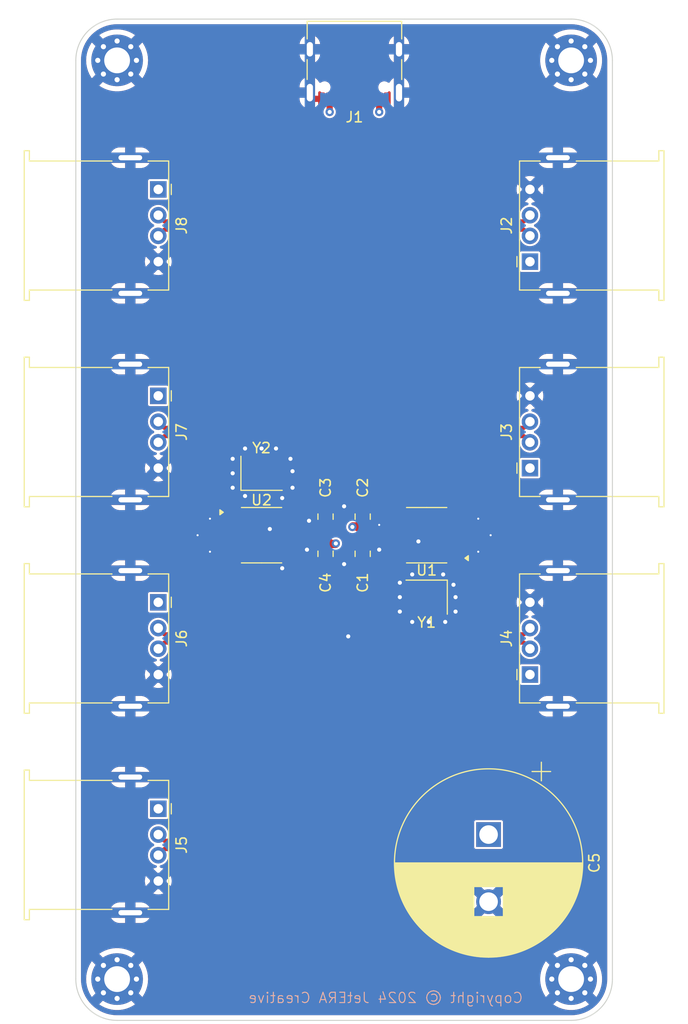
<source format=kicad_pcb>
(kicad_pcb (version 20240108) (generator "pcbnew") (generator_version "8.0")
  (layers (0 "F.Cu" signal) (1 "In1.Cu" signal) (2 "In2.Cu" signal) (31 "B.Cu" signal) (34 "B.Paste" user) (35 "F.Paste" user) (36 "B.SilkS" user "B.Silkscreen") (37 "F.SilkS" user "F.Silkscreen") (38 "B.Mask" user) (39 "F.Mask" user) (44 "Edge.Cuts" user))
  (net 0 "")
  (net 1 "GND")
  (net 2 "+5V")
  (net 3 "Net-(U2-3V3)")
  (net 4 "DU+")
  (net 7 "DU-")
  (net 10 "D4+")
  (net 11 "D4-")
  (net 12 "D5+")
  (net 13 "D5-")
  (net 14 "D6+")
  (net 15 "D6-")
  (net 16 "D7+")
  (net 17 "D7-")
  (net 18 "DU2+")
  (net 19 "DU2-")
  (net 20 "Net-(U2-XO)")
  (net 21 "Net-(U2-XI)")
  (net 23 "Net-(U1-3V3)")
  (net 24 "D1+")
  (net 25 "D1-")
  (net 26 "D2-")
  (net 27 "D2+")
  (net 28 "D3-")
  (net 29 "D3+")
  (net 30 "Net-(U1-XO)")
  (net 31 "Net-(U1-XI)")
  (footprint "MountingHole:MountingHole_2.5mm_Pad_Via" (layer "F.Cu") (at 62 104)
    (property "Reference" "H1" (hide yes))
    (property "Value" "MountingHole_Pad")
    (pad "1" thru_hole circle (at -1.875 0) (size 0.8 0.8) (drill 0.5) (layers "*.Cu" "*.Mask") (net 1 "GND"))
    (pad "1" thru_hole circle (at -1.325825 -1.325825) (size 0.8 0.8) (drill 0.5) (layers "*.Cu" "*.Mask") (net 1 "GND"))
    (pad "1" thru_hole circle (at -1.325825 1.325825) (size 0.8 0.8) (drill 0.5) (layers "*.Cu" "*.Mask") (net 1 "GND"))
    (pad "1" thru_hole circle (at 0 -1.875) (size 0.8 0.8) (drill 0.5) (layers "*.Cu" "*.Mask") (net 1 "GND"))
    (pad "1" thru_hole circle (at 0 0) (size 5 5) (drill 2.5) (layers "*.Cu" "*.Mask") (net 1 "GND"))
    (pad "1" thru_hole circle (at 0 1.875) (size 0.8 0.8) (drill 0.5) (layers "*.Cu" "*.Mask") (net 1 "GND"))
    (pad "1" thru_hole circle (at 1.325825 -1.325825) (size 0.8 0.8) (drill 0.5) (layers "*.Cu" "*.Mask") (net 1 "GND"))
    (pad "1" thru_hole circle (at 1.325825 1.325825) (size 0.8 0.8) (drill 0.5) (layers "*.Cu" "*.Mask") (net 1 "GND"))
    (pad "1" thru_hole circle (at 1.875 0) (size 0.8 0.8) (drill 0.5) (layers "*.Cu" "*.Mask") (net 1 "GND"))
  )
  (footprint "Package_SO:QSOP-16_3.9x4.9mm_P0.635mm" (layer "F.Cu") (at 76 150)
    (property "Reference" "U2" (at 0 -3.4 0) (layer "F.SilkS"))
    (property "Value" "CH334R")
    (pad "1" smd roundrect (at -2.6375 -2.2225) (size 1.625 0.4) (layers "F.Cu" "F.Paste" "F.Mask") (net 17 "D7-"))
    (pad "2" smd roundrect (at -2.6375 -1.5875) (size 1.625 0.4) (layers "F.Cu" "F.Paste" "F.Mask") (net 16 "D7+"))
    (pad "3" smd roundrect (at -2.6375 -0.9525) (size 1.625 0.4) (layers "F.Cu" "F.Paste" "F.Mask") (net 15 "D6-"))
    (pad "4" smd roundrect (at -2.6375 -0.3175) (size 1.625 0.4) (layers "F.Cu" "F.Paste" "F.Mask") (net 14 "D6+"))
    (pad "5" smd roundrect (at -2.6375 0.3175) (size 1.625 0.4) (layers "F.Cu" "F.Paste" "F.Mask") (net 13 "D5-"))
    (pad "6" smd roundrect (at -2.6375 0.9525) (size 1.625 0.4) (layers "F.Cu" "F.Paste" "F.Mask") (net 12 "D5+"))
    (pad "7" smd roundrect (at -2.6375 1.5875) (size 1.625 0.4) (layers "F.Cu" "F.Paste" "F.Mask") (net 11 "D4-"))
    (pad "8" smd roundrect (at -2.6375 2.2225) (size 1.625 0.4) (layers "F.Cu" "F.Paste" "F.Mask") (net 10 "D4+"))
    (pad "9" smd roundrect (at 2.6375 2.2225) (size 1.625 0.4) (layers "F.Cu" "F.Paste" "F.Mask"))
    (pad "10" smd roundrect (at 2.6375 1.5875) (size 1.625 0.4) (layers "F.Cu" "F.Paste" "F.Mask") (net 19 "DU2-"))
    (pad "11" smd roundrect (at 2.6375 0.9525) (size 1.625 0.4) (layers "F.Cu" "F.Paste" "F.Mask") (net 18 "DU2+"))
    (pad "12" smd roundrect (at 2.6375 0.3175) (size 1.625 0.4) (layers "F.Cu" "F.Paste" "F.Mask") (net 2 "+5V"))
    (pad "13" smd roundrect (at 2.6375 -0.3175) (size 1.625 0.4) (layers "F.Cu" "F.Paste" "F.Mask") (net 3 "Net-(U2-3V3)"))
    (pad "14" smd roundrect (at 2.6375 -0.9525) (size 1.625 0.4) (layers "F.Cu" "F.Paste" "F.Mask") (net 1 "GND"))
    (pad "15" smd roundrect (at 2.6375 -1.5875) (size 1.625 0.4) (layers "F.Cu" "F.Paste" "F.Mask") (net 20 "Net-(U2-XO)"))
    (pad "16" smd roundrect (at 2.6375 -2.2225) (size 1.625 0.4) (layers "F.Cu" "F.Paste" "F.Mask") (net 21 "Net-(U2-XI)"))
  )
  (footprint "Capacitor_THT:CP_Radial_D18.0mm_P7.50mm" (layer "F.Cu") (at 98 178 -90)
    (property "Reference" "C5" (at 3.75 -10.25 90) (layer "F.SilkS"))
    (property "Value" "47F")
    (pad "1" thru_hole rect (at 1 0 270) (size 2.4 2.4) (drill 1.8) (layers "*.Cu" "*.Mask") (net 2 "+5V"))
    (pad "2" thru_hole circle (at 7.5 0 270) (size 2.4 2.4) (drill 1.8) (layers "*.Cu" "*.Mask") (net 1 "GND"))
  )
  (footprint "Connector_USB:USB_A_Stewart_SS-52100-001_Horizontal" (layer "F.Cu") (at 102.01 143.5 90)
    (property "Reference" "J3" (at 3.5 -2.26 270) (layer "F.SilkS"))
    (property "Value" "USB_A")
    (pad "1" thru_hole rect (at 0 0 90) (size 1.6 1.6) (drill 0.92) (layers "*.Cu" "*.Mask") (net 2 "+5V"))
    (pad "2" thru_hole circle (at 2.5 0 90) (size 1.6 1.6) (drill 0.92) (layers "*.Cu" "*.Mask") (net 26 "D2-"))
    (pad "3" thru_hole circle (at 4.5 0 90) (size 1.6 1.6) (drill 0.92) (layers "*.Cu" "*.Mask") (net 27 "D2+"))
    (pad "4" thru_hole circle (at 7 0 90) (size 1.6 1.6) (drill 0.92) (layers "*.Cu" "*.Mask") (net 1 "GND"))
    (pad "5" thru_hole oval (at -3.07 2.71 90) (size 1 3) (drill oval 0.5 2.3) (layers "*.Cu" "*.Mask") (net 1 "GND"))
    (pad "5" thru_hole oval (at 10.07 2.71 90) (size 1 3) (drill oval 0.5 2.3) (layers "*.Cu" "*.Mask") (net 1 "GND"))
  )
  (footprint "Connector_USB:USB_A_Stewart_SS-52100-001_Horizontal" (layer "F.Cu") (at 102.01 123.5 90)
    (property "Reference" "J2" (at 3.5 -2.26 270) (layer "F.SilkS"))
    (property "Value" "USB_A")
    (pad "1" thru_hole rect (at 0 0 90) (size 1.6 1.6) (drill 0.92) (layers "*.Cu" "*.Mask") (net 2 "+5V"))
    (pad "2" thru_hole circle (at 2.5 0 90) (size 1.6 1.6) (drill 0.92) (layers "*.Cu" "*.Mask") (net 25 "D1-"))
    (pad "3" thru_hole circle (at 4.5 0 90) (size 1.6 1.6) (drill 0.92) (layers "*.Cu" "*.Mask") (net 24 "D1+"))
    (pad "4" thru_hole circle (at 7 0 90) (size 1.6 1.6) (drill 0.92) (layers "*.Cu" "*.Mask") (net 1 "GND"))
    (pad "5" thru_hole oval (at -3.07 2.71 90) (size 1 3) (drill oval 0.5 2.3) (layers "*.Cu" "*.Mask") (net 1 "GND"))
    (pad "5" thru_hole oval (at 10.07 2.71 90) (size 1 3) (drill oval 0.5 2.3) (layers "*.Cu" "*.Mask") (net 1 "GND"))
  )
  (footprint "MountingHole:MountingHole_2.5mm_Pad_Via" (layer "F.Cu") (at 62 193)
    (property "Reference" "H4" (hide yes))
    (property "Value" "MountingHole_Pad")
    (pad "1" thru_hole circle (at -1.875 0) (size 0.8 0.8) (drill 0.5) (layers "*.Cu" "*.Mask") (net 1 "GND"))
    (pad "1" thru_hole circle (at -1.325825 -1.325825) (size 0.8 0.8) (drill 0.5) (layers "*.Cu" "*.Mask") (net 1 "GND"))
    (pad "1" thru_hole circle (at -1.325825 1.325825) (size 0.8 0.8) (drill 0.5) (layers "*.Cu" "*.Mask") (net 1 "GND"))
    (pad "1" thru_hole circle (at 0 -1.875) (size 0.8 0.8) (drill 0.5) (layers "*.Cu" "*.Mask") (net 1 "GND"))
    (pad "1" thru_hole circle (at 0 0) (size 5 5) (drill 2.5) (layers "*.Cu" "*.Mask") (net 1 "GND"))
    (pad "1" thru_hole circle (at 0 1.875) (size 0.8 0.8) (drill 0.5) (layers "*.Cu" "*.Mask") (net 1 "GND"))
    (pad "1" thru_hole circle (at 1.325825 -1.325825) (size 0.8 0.8) (drill 0.5) (layers "*.Cu" "*.Mask") (net 1 "GND"))
    (pad "1" thru_hole circle (at 1.325825 1.325825) (size 0.8 0.8) (drill 0.5) (layers "*.Cu" "*.Mask") (net 1 "GND"))
    (pad "1" thru_hole circle (at 1.875 0) (size 0.8 0.8) (drill 0.5) (layers "*.Cu" "*.Mask") (net 1 "GND"))
  )
  (footprint "Connector_USB:USB_A_Stewart_SS-52100-001_Horizontal" (layer "F.Cu") (at 102.01 163.5 90)
    (property "Reference" "J4" (at 3.5 -2.26 270) (layer "F.SilkS"))
    (property "Value" "USB_A")
    (pad "1" thru_hole rect (at 0 0 90) (size 1.6 1.6) (drill 0.92) (layers "*.Cu" "*.Mask") (net 2 "+5V"))
    (pad "2" thru_hole circle (at 2.5 0 90) (size 1.6 1.6) (drill 0.92) (layers "*.Cu" "*.Mask") (net 28 "D3-"))
    (pad "3" thru_hole circle (at 4.5 0 90) (size 1.6 1.6) (drill 0.92) (layers "*.Cu" "*.Mask") (net 29 "D3+"))
    (pad "4" thru_hole circle (at 7 0 90) (size 1.6 1.6) (drill 0.92) (layers "*.Cu" "*.Mask") (net 1 "GND"))
    (pad "5" thru_hole oval (at -3.07 2.71 90) (size 1 3) (drill oval 0.5 2.3) (layers "*.Cu" "*.Mask") (net 1 "GND"))
    (pad "5" thru_hole oval (at 10.07 2.71 90) (size 1 3) (drill oval 0.5 2.3) (layers "*.Cu" "*.Mask") (net 1 "GND"))
  )
  (footprint "Connector_USB:USB_A_Stewart_SS-52100-001_Horizontal" (layer "F.Cu") (at 65.99 136.5 -90)
    (property "Reference" "J7" (at 3.5 -2.26 90) (layer "F.SilkS"))
    (property "Value" "USB_A")
    (pad "1" thru_hole rect (at 0 0 270) (size 1.6 1.6) (drill 0.92) (layers "*.Cu" "*.Mask") (net 2 "+5V"))
    (pad "2" thru_hole circle (at 2.5 0 270) (size 1.6 1.6) (drill 0.92) (layers "*.Cu" "*.Mask") (net 15 "D6-"))
    (pad "3" thru_hole circle (at 4.5 0 270) (size 1.6 1.6) (drill 0.92) (layers "*.Cu" "*.Mask") (net 14 "D6+"))
    (pad "4" thru_hole circle (at 7 0 270) (size 1.6 1.6) (drill 0.92) (layers "*.Cu" "*.Mask") (net 1 "GND"))
    (pad "5" thru_hole oval (at -3.07 2.71 270) (size 1 3) (drill oval 0.5 2.3) (layers "*.Cu" "*.Mask") (net 1 "GND"))
    (pad "5" thru_hole oval (at 10.07 2.71 270) (size 1 3) (drill oval 0.5 2.3) (layers "*.Cu" "*.Mask") (net 1 "GND"))
  )
  (footprint "Connector_USB:USB_C_Receptacle_G-Switch_GT-USB-7010ASV" (layer "F.Cu") (at 85 104 180)
    (property "Reference" "J1" (at 0 -5.5 180) (layer "F.SilkS"))
    (property "Value" "USB_C_Receptacle_USB2.0_16P")
    (pad "" np_thru_hole circle (at -2.89 -2.605 180) (size 0.65 0.65) (drill 0.65) (layers "*.Cu" "*.Mask"))
    (pad "" np_thru_hole circle (at 2.89 -2.605 180) (size 0.65 0.65) (drill 0.65) (layers "*.Cu" "*.Mask"))
    (pad "A1" smd rect (at -3.2 -3.725 180) (size 0.6 1.24) (layers "F.Cu" "F.Paste" "F.Mask") (net 1 "GND"))
    (pad "A4" smd rect (at -2.4 -3.725 180) (size 0.6 1.24) (layers "F.Cu" "F.Paste" "F.Mask") (net 2 "+5V"))
    (pad "A5" smd rect (at -1.25 -3.725 180) (size 0.3 1.24) (layers "F.Cu" "F.Paste" "F.Mask"))
    (pad "A6" smd rect (at -0.25 -3.725 180) (size 0.3 1.24) (layers "F.Cu" "F.Paste" "F.Mask") (net 4 "DU+"))
    (pad "A7" smd rect (at 0.25 -3.725 180) (size 0.3 1.24) (layers "F.Cu" "F.Paste" "F.Mask") (net 7 "DU-"))
    (pad "A8" smd rect (at 1.25 -3.725 180) (size 0.3 1.24) (layers "F.Cu" "F.Paste" "F.Mask"))
    (pad "A9" smd rect (at 2.4 -3.725 180) (size 0.6 1.24) (layers "F.Cu" "F.Paste" "F.Mask") (net 2 "+5V"))
    (pad "A12" smd rect (at 3.2 -3.725 180) (size 0.6 1.24) (layers "F.Cu" "F.Paste" "F.Mask") (net 1 "GND"))
    (pad "B1" smd rect (at 3.2 -3.725 180) (size 0.6 1.24) (layers "F.Cu" "F.Paste" "F.Mask") (net 1 "GND"))
    (pad "B4" smd rect (at 2.4 -3.725 180) (size 0.6 1.24) (layers "F.Cu" "F.Paste" "F.Mask") (net 2 "+5V"))
    (pad "B5" smd rect (at 1.75 -3.725 180) (size 0.3 1.24) (layers "F.Cu" "F.Paste" "F.Mask"))
    (pad "B6" smd rect (at 0.75 -3.725 180) (size 0.3 1.24) (layers "F.Cu" "F.Paste" "F.Mask") (net 4 "DU+"))
    (pad "B7" smd rect (at -0.75 -3.725 180) (size 0.3 1.24) (layers "F.Cu" "F.Paste" "F.Mask") (net 7 "DU-"))
    (pad "B8" smd rect (at -1.75 -3.725 180) (size 0.3 1.24) (layers "F.Cu" "F.Paste" "F.Mask"))
    (pad "B9" smd rect (at -2.4 -3.725 180) (size 0.6 1.24) (layers "F.Cu" "F.Paste" "F.Mask") (net 2 "+5V"))
    (pad "B12" smd rect (at -3.2 -3.725 180) (size 0.6 1.24) (layers "F.Cu" "F.Paste" "F.Mask") (net 1 "GND"))
    (pad "S1" thru_hole oval (at -4.32 -3.125 180) (size 1 2.1) (drill oval 0.6 1.7) (layers "*.Cu" "*.Mask") (net 1 "GND"))
    (pad "S1" thru_hole oval (at -4.32 1.075 180) (size 1 1.8) (drill oval 0.6 1.4) (layers "*.Cu" "*.Mask") (net 1 "GND"))
    (pad "S1" thru_hole oval (at 4.32 -3.125 180) (size 1 2.1) (drill oval 0.6 1.7) (layers "*.Cu" "*.Mask") (net 1 "GND"))
    (pad "S1" thru_hole oval (at 4.32 1.075 180) (size 1 1.8) (drill oval 0.6 1.4) (layers "*.Cu" "*.Mask") (net 1 "GND"))
  )
  (footprint "Connector_USB:USB_A_Stewart_SS-52100-001_Horizontal" (layer "F.Cu") (at 65.99 156.5 -90)
    (property "Reference" "J6" (at 3.5 -2.26 90) (layer "F.SilkS"))
    (property "Value" "USB_A")
    (pad "1" thru_hole rect (at 0 0 270) (size 1.6 1.6) (drill 0.92) (layers "*.Cu" "*.Mask") (net 2 "+5V"))
    (pad "2" thru_hole circle (at 2.5 0 270) (size 1.6 1.6) (drill 0.92) (layers "*.Cu" "*.Mask") (net 13 "D5-"))
    (pad "3" thru_hole circle (at 4.5 0 270) (size 1.6 1.6) (drill 0.92) (layers "*.Cu" "*.Mask") (net 12 "D5+"))
    (pad "4" thru_hole circle (at 7 0 270) (size 1.6 1.6) (drill 0.92) (layers "*.Cu" "*.Mask") (net 1 "GND"))
    (pad "5" thru_hole oval (at -3.07 2.71 270) (size 1 3) (drill oval 0.5 2.3) (layers "*.Cu" "*.Mask") (net 1 "GND"))
    (pad "5" thru_hole oval (at 10.07 2.71 270) (size 1 3) (drill oval 0.5 2.3) (layers "*.Cu" "*.Mask") (net 1 "GND"))
  )
  (footprint "Capacitor_SMD:C_0805_2012Metric" (layer "F.Cu") (at 85.8 148.2 90)
    (property "Reference" "C2" (at 2.8 0 270) (layer "F.SilkS"))
    (property "Value" "4.7uF")
    (pad "1" smd roundrect (at -0.95 0 90) (size 1 1.45) (layers "F.Cu" "F.Paste" "F.Mask") (net 2 "+5V"))
    (pad "2" smd roundrect (at 0.95 0 90) (size 1 1.45) (layers "F.Cu" "F.Paste" "F.Mask") (net 1 "GND"))
  )
  (footprint "MountingHole:MountingHole_2.5mm_Pad_Via" (layer "F.Cu") (at 106 193)
    (property "Reference" "H3" (hide yes))
    (property "Value" "MountingHole_Pad")
    (pad "1" thru_hole circle (at -1.875 0) (size 0.8 0.8) (drill 0.5) (layers "*.Cu" "*.Mask") (net 1 "GND"))
    (pad "1" thru_hole circle (at -1.325825 -1.325825) (size 0.8 0.8) (drill 0.5) (layers "*.Cu" "*.Mask") (net 1 "GND"))
    (pad "1" thru_hole circle (at -1.325825 1.325825) (size 0.8 0.8) (drill 0.5) (layers "*.Cu" "*.Mask") (net 1 "GND"))
    (pad "1" thru_hole circle (at 0 -1.875) (size 0.8 0.8) (drill 0.5) (layers "*.Cu" "*.Mask") (net 1 "GND"))
    (pad "1" thru_hole circle (at 0 0) (size 5 5) (drill 2.5) (layers "*.Cu" "*.Mask") (net 1 "GND"))
    (pad "1" thru_hole circle (at 0 1.875) (size 0.8 0.8) (drill 0.5) (layers "*.Cu" "*.Mask") (net 1 "GND"))
    (pad "1" thru_hole circle (at 1.325825 -1.325825) (size 0.8 0.8) (drill 0.5) (layers "*.Cu" "*.Mask") (net 1 "GND"))
    (pad "1" thru_hole circle (at 1.325825 1.325825) (size 0.8 0.8) (drill 0.5) (layers "*.Cu" "*.Mask") (net 1 "GND"))
    (pad "1" thru_hole circle (at 1.875 0) (size 0.8 0.8) (drill 0.5) (layers "*.Cu" "*.Mask") (net 1 "GND"))
  )
  (footprint "Capacitor_SMD:C_0805_2012Metric" (layer "F.Cu") (at 82.2 148.2 90)
    (property "Reference" "C3" (at 2.8 0 -90) (layer "F.SilkS"))
    (property "Value" "4.7uF")
    (pad "1" smd roundrect (at -0.95 0 90) (size 1 1.45) (layers "F.Cu" "F.Paste" "F.Mask") (net 3 "Net-(U2-3V3)"))
    (pad "2" smd roundrect (at 0.95 0 90) (size 1 1.45) (layers "F.Cu" "F.Paste" "F.Mask") (net 1 "GND"))
  )
  (footprint "Connector_USB:USB_A_Stewart_SS-52100-001_Horizontal" (layer "F.Cu") (at 65.99 176.5 -90)
    (property "Reference" "J5" (at 3.5 -2.26 90) (layer "F.SilkS"))
    (property "Value" "USB_A")
    (pad "1" thru_hole rect (at 0 0 270) (size 1.6 1.6) (drill 0.92) (layers "*.Cu" "*.Mask") (net 2 "+5V"))
    (pad "2" thru_hole circle (at 2.5 0 270) (size 1.6 1.6) (drill 0.92) (layers "*.Cu" "*.Mask") (net 11 "D4-"))
    (pad "3" thru_hole circle (at 4.5 0 270) (size 1.6 1.6) (drill 0.92) (layers "*.Cu" "*.Mask") (net 10 "D4+"))
    (pad "4" thru_hole circle (at 7 0 270) (size 1.6 1.6) (drill 0.92) (layers "*.Cu" "*.Mask") (net 1 "GND"))
    (pad "5" thru_hole oval (at -3.07 2.71 270) (size 1 3) (drill oval 0.5 2.3) (layers "*.Cu" "*.Mask") (net 1 "GND"))
    (pad "5" thru_hole oval (at 10.07 2.71 270) (size 1 3) (drill oval 0.5 2.3) (layers "*.Cu" "*.Mask") (net 1 "GND"))
  )
  (footprint "Package_SO:QSOP-16_3.9x4.9mm_P0.635mm" (layer "F.Cu") (at 92 150 180)
    (property "Reference" "U1" (at 0 -3.4 180) (layer "F.SilkS"))
    (property "Value" "CH334R")
    (pad "1" smd roundrect (at -2.6375 -2.2225 180) (size 1.625 0.4) (layers "F.Cu" "F.Paste" "F.Mask") (net 19 "DU2-"))
    (pad "2" smd roundrect (at -2.6375 -1.5875 180) (size 1.625 0.4) (layers "F.Cu" "F.Paste" "F.Mask") (net 18 "DU2+"))
    (pad "3" smd roundrect (at -2.6375 -0.9525 180) (size 1.625 0.4) (layers "F.Cu" "F.Paste" "F.Mask") (net 28 "D3-"))
    (pad "4" smd roundrect (at -2.6375 -0.3175 180) (size 1.625 0.4) (layers "F.Cu" "F.Paste" "F.Mask") (net 29 "D3+"))
    (pad "5" smd roundrect (at -2.6375 0.3175 180) (size 1.625 0.4) (layers "F.Cu" "F.Paste" "F.Mask") (net 26 "D2-"))
    (pad "6" smd roundrect (at -2.6375 0.9525 180) (size 1.625 0.4) (layers "F.Cu" "F.Paste" "F.Mask") (net 27 "D2+"))
    (pad "7" smd roundrect (at -2.6375 1.5875 180) (size 1.625 0.4) (layers "F.Cu" "F.Paste" "F.Mask") (net 25 "D1-"))
    (pad "8" smd roundrect (at -2.6375 2.2225 180) (size 1.625 0.4) (layers "F.Cu" "F.Paste" "F.Mask") (net 24 "D1+"))
    (pad "9" smd roundrect (at 2.6375 2.2225 180) (size 1.625 0.4) (layers "F.Cu" "F.Paste" "F.Mask"))
    (pad "10" smd roundrect (at 2.6375 1.5875 180) (size 1.625 0.4) (layers "F.Cu" "F.Paste" "F.Mask") (net 7 "DU-"))
    (pad "11" smd roundrect (at 2.6375 0.9525 180) (size 1.625 0.4) (layers "F.Cu" "F.Paste" "F.Mask") (net 4 "DU+"))
    (pad "12" smd roundrect (at 2.6375 0.3175 180) (size 1.625 0.4) (layers "F.Cu" "F.Paste" "F.Mask") (net 2 "+5V"))
    (pad "13" smd roundrect (at 2.6375 -0.3175 180) (size 1.625 0.4) (layers "F.Cu" "F.Paste" "F.Mask") (net 23 "Net-(U1-3V3)"))
    (pad "14" smd roundrect (at 2.6375 -0.9525 180) (size 1.625 0.4) (layers "F.Cu" "F.Paste" "F.Mask") (net 1 "GND"))
    (pad "15" smd roundrect (at 2.6375 -1.5875 180) (size 1.625 0.4) (layers "F.Cu" "F.Paste" "F.Mask") (net 30 "Net-(U1-XO)"))
    (pad "16" smd roundrect (at 2.6375 -2.2225 180) (size 1.625 0.4) (layers "F.Cu" "F.Paste" "F.Mask") (net 31 "Net-(U1-XI)"))
  )
  (footprint "Crystal:Crystal_SMD_3225-4Pin_3.2x2.5mm" (layer "F.Cu") (at 76 144)
    (property "Reference" "Y2" (at 0 -2.45 0) (layer "F.SilkS"))
    (property "Value" "12MHz")
    (pad "1" smd rect (at -1.1 0.85) (size 1.4 1.2) (layers "F.Cu" "F.Paste" "F.Mask") (net 20 "Net-(U2-XO)"))
    (pad "2" smd rect (at 1.1 0.85) (size 1.4 1.2) (layers "F.Cu" "F.Paste" "F.Mask") (net 1 "GND"))
    (pad "3" smd rect (at 1.1 -0.85) (size 1.4 1.2) (layers "F.Cu" "F.Paste" "F.Mask") (net 21 "Net-(U2-XI)"))
    (pad "4" smd rect (at -1.1 -0.85) (size 1.4 1.2) (layers "F.Cu" "F.Paste" "F.Mask") (net 1 "GND"))
  )
  (footprint "MountingHole:MountingHole_2.5mm_Pad_Via" (layer "F.Cu") (at 106 104)
    (property "Reference" "H2" (hide yes))
    (property "Value" "MountingHole_Pad")
    (pad "1" thru_hole circle (at -1.875 0) (size 0.8 0.8) (drill 0.5) (layers "*.Cu" "*.Mask") (net 1 "GND"))
    (pad "1" thru_hole circle (at -1.325825 -1.325825) (size 0.8 0.8) (drill 0.5) (layers "*.Cu" "*.Mask") (net 1 "GND"))
    (pad "1" thru_hole circle (at -1.325825 1.325825) (size 0.8 0.8) (drill 0.5) (layers "*.Cu" "*.Mask") (net 1 "GND"))
    (pad "1" thru_hole circle (at 0 -1.875) (size 0.8 0.8) (drill 0.5) (layers "*.Cu" "*.Mask") (net 1 "GND"))
    (pad "1" thru_hole circle (at 0 0) (size 5 5) (drill 2.5) (layers "*.Cu" "*.Mask") (net 1 "GND"))
    (pad "1" thru_hole circle (at 0 1.875) (size 0.8 0.8) (drill 0.5) (layers "*.Cu" "*.Mask") (net 1 "GND"))
    (pad "1" thru_hole circle (at 1.325825 -1.325825) (size 0.8 0.8) (drill 0.5) (layers "*.Cu" "*.Mask") (net 1 "GND"))
    (pad "1" thru_hole circle (at 1.325825 1.325825) (size 0.8 0.8) (drill 0.5) (layers "*.Cu" "*.Mask") (net 1 "GND"))
    (pad "1" thru_hole circle (at 1.875 0) (size 0.8 0.8) (drill 0.5) (layers "*.Cu" "*.Mask") (net 1 "GND"))
  )
  (footprint "Capacitor_SMD:C_0805_2012Metric" (layer "F.Cu") (at 82.2 151.8 -90)
    (property "Reference" "C4" (at 2.8 0 90) (layer "F.SilkS"))
    (property "Value" "4.7uF")
    (pad "1" smd roundrect (at -0.95 0 270) (size 1 1.45) (layers "F.Cu" "F.Paste" "F.Mask") (net 2 "+5V"))
    (pad "2" smd roundrect (at 0.95 0 270) (size 1 1.45) (layers "F.Cu" "F.Paste" "F.Mask") (net 1 "GND"))
  )
  (footprint "Crystal:Crystal_SMD_3225-4Pin_3.2x2.5mm" (layer "F.Cu") (at 92 156 180)
    (property "Reference" "Y1" (at 0 -2.45 180) (layer "F.SilkS"))
    (property "Value" "12MHz")
    (pad "1" smd rect (at -1.1 0.85 180) (size 1.4 1.2) (layers "F.Cu" "F.Paste" "F.Mask") (net 30 "Net-(U1-XO)"))
    (pad "2" smd rect (at 1.1 0.85 180) (size 1.4 1.2) (layers "F.Cu" "F.Paste" "F.Mask") (net 1 "GND"))
    (pad "3" smd rect (at 1.1 -0.85 180) (size 1.4 1.2) (layers "F.Cu" "F.Paste" "F.Mask") (net 31 "Net-(U1-XI)"))
    (pad "4" smd rect (at -1.1 -0.85 180) (size 1.4 1.2) (layers "F.Cu" "F.Paste" "F.Mask") (net 1 "GND"))
  )
  (footprint "Capacitor_SMD:C_0805_2012Metric" (layer "F.Cu") (at 85.8 151.8 -90)
    (property "Reference" "C1" (at 2.8 0 90) (layer "F.SilkS"))
    (property "Value" "4.7uF")
    (pad "1" smd roundrect (at -0.95 0 270) (size 1 1.45) (layers "F.Cu" "F.Paste" "F.Mask") (net 23 "Net-(U1-3V3)"))
    (pad "2" smd roundrect (at 0.95 0 270) (size 1 1.45) (layers "F.Cu" "F.Paste" "F.Mask") (net 1 "GND"))
  )
  (footprint "Connector_USB:USB_A_Stewart_SS-52100-001_Horizontal" (layer "F.Cu") (at 65.99 116.5 -90)
    (property "Reference" "J8" (at 3.5 -2.26 90) (layer "F.SilkS"))
    (property "Value" "USB_A")
    (pad "1" thru_hole rect (at 0 0 270) (size 1.6 1.6) (drill 0.92) (layers "*.Cu" "*.Mask") (net 2 "+5V"))
    (pad "2" thru_hole circle (at 2.5 0 270) (size 1.6 1.6) (drill 0.92) (layers "*.Cu" "*.Mask") (net 17 "D7-"))
    (pad "3" thru_hole circle (at 4.5 0 270) (size 1.6 1.6) (drill 0.92) (layers "*.Cu" "*.Mask") (net 16 "D7+"))
    (pad "4" thru_hole circle (at 7 0 270) (size 1.6 1.6) (drill 0.92) (layers "*.Cu" "*.Mask") (net 1 "GND"))
    (pad "5" thru_hole oval (at -3.07 2.71 270) (size 1 3) (drill oval 0.5 2.3) (layers "*.Cu" "*.Mask") (net 1 "GND"))
    (pad "5" thru_hole oval (at 10.07 2.71 270) (size 1 3) (drill oval 0.5 2.3) (layers "*.Cu" "*.Mask") (net 1 "GND"))
  )
  (gr_arc (start 58 104) (mid 59.171573 101.171573) (end 62 100) (stroke (width 0.1)) (layer "Edge.Cuts"))
  (gr_line (start 110 104) (end 110 193) (stroke (width 0.1)) (layer "Edge.Cuts"))
  (gr_arc (start 62 197) (mid 59.171573 195.828427) (end 58 193) (stroke (width 0.1)) (layer "Edge.Cuts"))
  (gr_arc (start 110 193) (mid 108.828427 195.828427) (end 106 197) (stroke (width 0.1)) (layer "Edge.Cuts"))
  (gr_line (start 62 100) (end 106 100) (stroke (width 0.1)) (layer "Edge.Cuts"))
  (gr_arc (start 106 100) (mid 108.828427 101.171573) (end 110 104) (stroke (width 0.1)) (layer "Edge.Cuts"))
  (gr_line (start 106 197) (end 62 197) (stroke (width 0.1)) (layer "Edge.Cuts"))
  (gr_line (start 58 193) (end 58 104) (stroke (width 0.1)) (layer "Edge.Cuts"))
  (gr_text "Copyright © 2024 JetERA Creative" (at 101.4 195.4 0) (layer "B.SilkS") (effects (font (size 1 1) (thickness 0.1)) (justify left bottom mirror)))
  (via (at 89.4 156) (size 0.8) (drill 0.4) (layers "F.Cu" "B.Cu") (net 1))
  (via (at 98.2 150) (size 0.4) (drill 0.2) (layers "F.Cu" "B.Cu") (net 1))
  (via (at 84 147.2) (size 0.8) (drill 0.4) (layers "F.Cu" "B.Cu") (net 1))
  (via (at 94.8 156) (size 0.8) (drill 0.4) (layers "F.Cu" "B.Cu") (net 1))
  (via (at 90.6 158.4) (size 0.8) (drill 0.4) (layers "F.Cu" "B.Cu") (net 1))
  (via (at 78.8 142.6) (size 0.8) (drill 0.4) (layers "F.Cu" "B.Cu") (net 1))
  (via (at 94.8 157.4) (size 0.8) (drill 0.4) (layers "F.Cu" "B.Cu") (net 1))
  (via (at 93.8 158.4) (size 0.8) (drill 0.4) (layers "F.Cu" "B.Cu") (net 1))
  (via (at 71 148.4) (size 0.4) (drill 0.2) (layers "F.Cu" "B.Cu") (net 1))
  (via (at 91.2 150.6) (size 0.8) (drill 0.4) (layers "F.Cu" "B.Cu") (net 1))
  (via (at 69.8 150) (size 0.4) (drill 0.2) (layers "F.Cu" "B.Cu") (net 1))
  (via (at 84 152.8) (size 0.8) (drill 0.4) (layers "F.Cu" "B.Cu") (net 1))
  (via (at 76 141.6) (size 0.8) (drill 0.4) (layers "F.Cu" "B.Cu") (net 1))
  (via (at 79 145.4) (size 0.8) (drill 0.4) (layers "F.Cu" "B.Cu") (net 1))
  (via (at 79 143.8) (size 0.8) (drill 0.4) (layers "F.Cu" "B.Cu") (net 1))
  (via (at 80.6 148.6) (size 0.8) (drill 0.4) (layers "F.Cu" "B.Cu") (net 1))
  (via (at 87.4 149) (size 0.4) (drill 0.2) (layers "F.Cu" "B.Cu") (net 1))
  (via (at 78 146.4) (size 0.8) (drill 0.4) (layers "F.Cu" "B.Cu") (net 1))
  (via (at 73.2 142.6) (size 0.8) (drill 0.4) (layers "F.Cu" "B.Cu") (net 1))
  (via (at 73.2 144) (size 0.8) (drill 0.4) (layers "F.Cu" "B.Cu") (net 1))
  (via (at 89.4 154.6) (size 0.8) (drill 0.4) (layers "F.Cu" "B.Cu") (net 1))
  (via (at 74.4 146.2) (size 0.8) (drill 0.4) (layers "F.Cu" "B.Cu") (net 1))
  (via (at 90.6 153.8) (size 0.8) (drill 0.4) (layers "F.Cu" "B.Cu") (net 1))
  (via (at 84.4 159.8) (size 0.8) (drill 0.4) (layers "F.Cu" "B.Cu") (net 1))
  (via (at 97 148.4) (size 0.4) (drill 0.2) (layers "F.Cu" "B.Cu") (net 1))
  (via (at 71 151.6) (size 0.4) (drill 0.2) (layers "F.Cu" "B.Cu") (net 1))
  (via (at 80.4 151.4) (size 0.8) (drill 0.4) (layers "F.Cu" "B.Cu") (net 1))
  (via (at 73.2 145.4) (size 0.8) (drill 0.4) (layers "F.Cu" "B.Cu") (net 1))
  (via (at 77.4 141.6) (size 0.8) (drill 0.4) (layers "F.Cu" "B.Cu") (net 1))
  (via (at 93.6 153.8) (size 0.8) (drill 0.4) (layers "F.Cu" "B.Cu") (net 1))
  (via (at 76.8 149.4) (size 0.8) (drill 0.4) (layers "F.Cu" "B.Cu") (net 1))
  (via (at 89.4 157.4) (size 0.8) (drill 0.4) (layers "F.Cu" "B.Cu") (net 1))
  (via (at 87.4 151.4) (size 0.8) (drill 0.4) (layers "F.Cu" "B.Cu") (net 1))
  (via (at 97 151.6) (size 0.4) (drill 0.2) (layers "F.Cu" "B.Cu") (net 1))
  (via (at 92.2 158.4) (size 0.8) (drill 0.4) (layers "F.Cu" "B.Cu") (net 1))
  (via (at 74.4 141.6) (size 0.8) (drill 0.4) (layers "F.Cu" "B.Cu") (net 1))
  (via (at 78 153.2) (size 0.8) (drill 0.4) (layers "F.Cu" "B.Cu") (net 1))
  (via (at 94.6 154.8) (size 0.8) (drill 0.4) (layers "F.Cu" "B.Cu") (net 1))
  (segment (start 86.3325 149.6825) (end 85.8 149.15) (width 0.4) (layer "F.Cu") (net 2))
  (segment (start 78.6375 150.3175) (end 81.6675 150.3175) (width 0.4) (layer "F.Cu") (net 2))
  (segment (start 81.6675 150.3175) (end 82.2 150.85) (width 0.4) (layer "F.Cu") (net 2))
  (segment (start 85.8 149.15) (end 84.85 149.15) (width 0.8) (layer "F.Cu") (net 2))
  (segment (start 82.6 107.725) (end 82.6 109) (width 0.6) (layer "F.Cu") (net 2))
  (segment (start 87.4 107.725) (end 87.4 109) (width 0.6) (layer "F.Cu") (net 2))
  (segment (start 82.2 150.85) (end 83.15 150.85) (width 0.8) (layer "F.Cu") (net 2))
  (segment (start 89.3625 149.6825) (end 86.3325 149.6825) (width 0.4) (layer "F.Cu") (net 2))
  (segment (start 84.85 149.15) (end 84.8 149.2) (width 0.8) (layer "F.Cu") (net 2))
  (segment (start 83.15 150.85) (end 83.2 150.8) (width 0.8) (layer "F.Cu") (net 2))
  (via (at 83.2 150.8) (size 0.8) (drill 0.4) (layers "F.Cu" "B.Cu") (net 2))
  (via (at 84.8 149.2) (size 0.8) (drill 0.4) (layers "F.Cu" "B.Cu") (net 2))
  (via (at 82.6 109) (size 0.8) (drill 0.4) (layers "F.Cu" "B.Cu") (net 2))
  (via (at 87.4 109) (size 0.8) (drill 0.4) (layers "F.Cu" "B.Cu") (net 2))
  (segment (start 78.6375 149.6825) (end 81.6675 149.6825) (width 0.4) (layer "F.Cu") (net 3))
  (segment (start 81.6675 149.6825) (end 82.2 149.15) (width 0.4) (layer "F.Cu") (net 3))
  (segment (start 84.25 108.645) (end 84.54 108.935) (width 0.3) (layer "F.Cu") (net 4))
  (segment (start 87.7 125.407106) (end 87.7 148.273774) (width 0.3) (layer "F.Cu") (net 4))
  (segment (start 85.05 108.935) (end 85.25 109.135) (width 0.3) (layer "F.Cu") (net 4))
  (segment (start 84.54 108.935) (end 85 108.935) (width 0.3) (layer "F.Cu") (net 4))
  (segment (start 85.25 109.135) (end 85.25 122.957106) (width 0.3) (layer "F.Cu") (net 4))
  (segment (start 85.25 122.957106) (end 87.7 125.407106) (width 0.3) (layer "F.Cu") (net 4))
  (segment (start 87.7 148.273774) (end 88.473726 149.0475) (width 0.3) (layer "F.Cu") (net 4))
  (segment (start 85 108.935) (end 85.25 108.685) (width 0.3) (layer "F.Cu") (net 4))
  (segment (start 85.25 108.685) (end 85.25 107.725) (width 0.3) (layer "F.Cu") (net 4))
  (segment (start 88.473726 149.0475) (end 89.3625 149.0475) (width 0.3) (layer "F.Cu") (net 4))
  (segment (start 84.25 107.725) (end 84.25 108.645) (width 0.3) (layer "F.Cu") (net 4))
  (segment (start 85.25 107.725) (end 85.25 109.135) (width 0.3) (layer "F.Cu") (net 4))
  (segment (start 85 108.935) (end 85.05 108.935) (width 0.3) (layer "F.Cu") (net 4))
  (segment (start 85.48 106.535) (end 85.75 106.805) (width 0.3) (layer "F.Cu") (net 7))
  (segment (start 88.2 148.066668) (end 88.545832 148.4125) (width 0.3) (layer "F.Cu") (net 7))
  (segment (start 84.75 107.725) (end 84.75 106.805) (width 0.3) (layer "F.Cu") (net 7))
  (segment (start 88.2 125.2) (end 88.2 148.066668) (width 0.3) (layer "F.Cu") (net 7))
  (segment (start 88.545832 148.4125) (end 89.3625 148.4125) (width 0.3) (layer "F.Cu") (net 7))
  (segment (start 85.75 107.725) (end 85.75 122.75) (width 0.3) (layer "F.Cu") (net 7))
  (segment (start 84.75 106.805) (end 85.02 106.535) (width 0.3) (layer "F.Cu") (net 7))
  (segment (start 85.02 106.535) (end 85.48 106.535) (width 0.3) (layer "F.Cu") (net 7))
  (segment (start 85.75 106.805) (end 85.75 107.725) (width 0.3) (layer "F.Cu") (net 7))
  (segment (start 85.75 122.75) (end 88.2 125.2) (width 0.3) (layer "F.Cu") (net 7))
  (segment (start 71.6 178) (end 71.6 152.848528) (width 0.4) (layer "F.Cu") (net 10))
  (segment (start 72.226028 152.2225) (end 73.3625 152.2225) (width 0.4) (layer "F.Cu") (net 10))
  (segment (start 69.2 180.4) (end 71.6 178) (width 0.4) (layer "F.Cu") (net 10))
  (segment (start 71.6 152.848528) (end 72.226028 152.2225) (width 0.4) (layer "F.Cu") (net 10))
  (segment (start 65.99 181) (end 66.59 180.4) (width 0.4) (layer "F.Cu") (net 10))
  (segment (start 66.59 180.4) (end 69.2 180.4) (width 0.4) (layer "F.Cu") (net 10))
  (segment (start 69.151472 179.6) (end 71 177.751472) (width 0.4) (layer "F.Cu") (net 11))
  (segment (start 66.59 179.6) (end 69.151472 179.6) (width 0.4) (layer "F.Cu") (net 11))
  (segment (start 72.0125 151.5875) (end 73.3625 151.5875) (width 0.4) (layer "F.Cu") (net 11))
  (segment (start 71 152.6) (end 72.0125 151.5875) (width 0.4) (layer "F.Cu") (net 11))
  (segment (start 71 177.751472) (end 71 152.6) (width 0.4) (layer "F.Cu") (net 11))
  (segment (start 65.99 179) (end 66.59 179.6) (width 0.4) (layer "F.Cu") (net 11))
  (segment (start 68.248528 160.4) (end 69.6 159.048528) (width 0.4) (layer "F.Cu") (net 12))
  (segment (start 65.99 161) (end 66.59 160.4) (width 0.4) (layer "F.Cu") (net 12))
  (segment (start 70.6475 150.9525) (end 73.3625 150.9525) (width 0.4) (layer "F.Cu") (net 12))
  (segment (start 66.59 160.4) (end 68.248528 160.4) (width 0.4) (layer "F.Cu") (net 12))
  (segment (start 69.6 152) (end 70.6475 150.9525) (width 0.4) (layer "F.Cu") (net 12))
  (segment (start 69.6 159.048528) (end 69.6 152) (width 0.4) (layer "F.Cu") (net 12))
  (segment (start 69 158.8) (end 68.2 159.6) (width 0.4) (layer "F.Cu") (net 13))
  (segment (start 69 151.751472) (end 69 158.8) (width 0.4) (layer "F.Cu") (net 13))
  (segment (start 68.2 159.6) (end 66.59 159.6) (width 0.4) (layer "F.Cu") (net 13))
  (segment (start 73.3625 150.3175) (end 70.433972 150.3175) (width 0.4) (layer "F.Cu") (net 13))
  (segment (start 66.59 159.6) (end 65.99 159) (width 0.4) (layer "F.Cu") (net 13))
  (segment (start 70.433972 150.3175) (end 69 151.751472) (width 0.4) (layer "F.Cu") (net 13))
  (segment (start 65.99 141) (end 66.59 140.4) (width 0.4) (layer "F.Cu") (net 14))
  (segment (start 66.59 140.4) (end 67.951472 140.4) (width 0.4) (layer "F.Cu") (net 14))
  (segment (start 67.951472 140.4) (end 69 141.448528) (width 0.4) (layer "F.Cu") (net 14))
  (segment (start 70.433972 149.6825) (end 73.3625 149.6825) (width 0.4) (layer "F.Cu") (net 14))
  (segment (start 69 141.448528) (end 69 148.248528) (width 0.4) (layer "F.Cu") (net 14))
  (segment (start 69 148.248528) (end 70.433972 149.6825) (width 0.4) (layer "F.Cu") (net 14))
  (segment (start 66.59 139.6) (end 68 139.6) (width 0.4) (layer "F.Cu") (net 15))
  (segment (start 69.6 148) (end 70.6475 149.0475) (width 0.4) (layer "F.Cu") (net 15))
  (segment (start 70.6475 149.0475) (end 73.3625 149.0475) (width 0.4) (layer "F.Cu") (net 15))
  (segment (start 68 139.6) (end 69.6 141.2) (width 0.4) (layer "F.Cu") (net 15))
  (segment (start 69.6 141.2) (end 69.6 148) (width 0.4) (layer "F.Cu") (net 15))
  (segment (start 65.99 139) (end 66.59 139.6) (width 0.4) (layer "F.Cu") (net 15))
  (segment (start 71 122.448528) (end 68.951472 120.4) (width 0.4) (layer "F.Cu") (net 16))
  (segment (start 71.963972 148.4125) (end 71 147.448528) (width 0.4) (layer "F.Cu") (net 16))
  (segment (start 66.59 120.4) (end 65.99 121) (width 0.4) (layer "F.Cu") (net 16))
  (segment (start 73.3625 148.4125) (end 71.963972 148.4125) (width 0.4) (layer "F.Cu") (net 16))
  (segment (start 68.951472 120.4) (end 66.59 120.4) (width 0.4) (layer "F.Cu") (net 16))
  (segment (start 71 147.448528) (end 71 122.448528) (width 0.4) (layer "F.Cu") (net 16))
  (segment (start 66.59 119.6) (end 65.99 119) (width 0.4) (layer "F.Cu") (net 17))
  (segment (start 69 119.6) (end 66.59 119.6) (width 0.4) (layer "F.Cu") (net 17))
  (segment (start 71.6 122.2) (end 69 119.6) (width 0.4) (layer "F.Cu") (net 17))
  (segment (start 72.1775 147.7775) (end 71.6 147.2) (width 0.4) (layer "F.Cu") (net 17))
  (segment (start 71.6 147.2) (end 71.6 122.2) (width 0.4) (layer "F.Cu") (net 17))
  (segment (start 73.3625 147.7775) (end 72.1775 147.7775) (width 0.4) (layer "F.Cu") (net 17))
  (segment (start 95.836028 151.5875) (end 94.6375 151.5875) (width 0.4) (layer "F.Cu") (net 18))
  (segment (start 96.8 158.648528) (end 96.8 152.551472) (width 0.4) (layer "F.Cu") (net 18))
  (segment (start 96.8 152.551472) (end 95.836028 151.5875) (width 0.4) (layer "F.Cu") (net 18))
  (segment (start 77.536594 150.9525) (end 76.4 152.089094) (width 0.4) (layer "F.Cu") (net 18))
  (segment (start 94.048528 161.4) (end 96.8 158.648528) (width 0.4) (layer "F.Cu") (net 18))
  (segment (start 76.4 154.048528) (end 83.751472 161.4) (width 0.4) (layer "F.Cu") (net 18))
  (segment (start 76.4 152.089094) (end 76.4 154.048528) (width 0.4) (layer "F.Cu") (net 18))
  (segment (start 78.6375 150.9525) (end 77.536594 150.9525) (width 0.4) (layer "F.Cu") (net 18))
  (segment (start 83.751472 161.4) (end 94.048528 161.4) (width 0.4) (layer "F.Cu") (net 18))
  (segment (start 93.8 160.8) (end 96.2 158.4) (width 0.4) (layer "F.Cu") (net 19))
  (segment (start 84 160.8) (end 93.8 160.8) (width 0.4) (layer "F.Cu") (net 19))
  (segment (start 96.2 152.8) (end 95.6225 152.2225) (width 0.4) (layer "F.Cu") (net 19))
  (segment (start 95.6225 152.2225) (end 94.6375 152.2225) (width 0.4) (layer "F.Cu") (net 19))
  (segment (start 96.2 158.4) (end 96.2 152.8) (width 0.4) (layer "F.Cu") (net 19))
  (segment (start 77 152.337622) (end 77 153.8) (width 0.4) (layer "F.Cu") (net 19))
  (segment (start 78.6375 151.5875) (end 77.750122 151.5875) (width 0.4) (layer "F.Cu") (net 19))
  (segment (start 77 153.8) (end 84 160.8) (width 0.4) (layer "F.Cu") (net 19))
  (segment (start 77.750122 151.5875) (end 77 152.337622) (width 0.4) (layer "F.Cu") (net 19))
  (segment (start 74.9 144.85) (end 75.4 145.35) (width 0.4) (layer "F.Cu") (net 20))
  (segment (start 75.4 146.448528) (end 77.363972 148.4125) (width 0.4) (layer "F.Cu") (net 20))
  (segment (start 77.363972 148.4125) (end 78.6375 148.4125) (width 0.4) (layer "F.Cu") (net 20))
  (segment (start 75.4 145.35) (end 75.4 146.448528) (width 0.4) (layer "F.Cu") (net 20))
  (segment (start 76 144) (end 76.85 143.15) (width 0.4) (layer "F.Cu") (net 21))
  (segment (start 76.85 143.15) (end 77.1 143.15) (width 0.4) (layer "F.Cu") (net 21))
  (segment (start 77.5775 147.7775) (end 76 146.2) (width 0.4) (layer "F.Cu") (net 21))
  (segment (start 78.6375 147.7775) (end 77.5775 147.7775) (width 0.4) (layer "F.Cu") (net 21))
  (segment (start 76 146.2) (end 76 144) (width 0.4) (layer "F.Cu") (net 21))
  (segment (start 89.3625 150.3175) (end 86.3325 150.3175) (width 0.4) (layer "F.Cu") (net 23))
  (segment (start 86.3325 150.3175) (end 85.8 150.85) (width 0.4) (layer "F.Cu") (net 23))
  (segment (start 101.41 119.6) (end 98.8 119.6) (width 0.4) (layer "F.Cu") (net 24))
  (segment (start 95.773972 147.7775) (end 94.6375 147.7775) (width 0.4) (layer "F.Cu") (net 24))
  (segment (start 102.01 119) (end 101.41 119.6) (width 0.4) (layer "F.Cu") (net 24))
  (segment (start 98.8 119.6) (end 96.4 122) (width 0.4) (layer "F.Cu") (net 24))
  (segment (start 96.4 122) (end 96.4 147.151472) (width 0.4) (layer "F.Cu") (net 24))
  (segment (start 96.4 147.151472) (end 95.773972 147.7775) (width 0.4) (layer "F.Cu") (net 24))
  (segment (start 98.848528 120.4) (end 97 122.248528) (width 0.4) (layer "F.Cu") (net 25))
  (segment (start 101.41 120.4) (end 98.848528 120.4) (width 0.4) (layer "F.Cu") (net 25))
  (segment (start 102.01 121) (end 101.41 120.4) (width 0.4) (layer "F.Cu") (net 25))
  (segment (start 97 122.248528) (end 97 147.4) (width 0.4) (layer "F.Cu") (net 25))
  (segment (start 97 147.4) (end 95.9875 148.4125) (width 0.4) (layer "F.Cu") (net 25))
  (segment (start 95.9875 148.4125) (end 94.6375 148.4125) (width 0.4) (layer "F.Cu") (net 25))
  (segment (start 99 148.248528) (end 99 141.2) (width 0.4) (layer "F.Cu") (net 26))
  (segment (start 101.41 140.4) (end 102.01 141) (width 0.4) (layer "F.Cu") (net 26))
  (segment (start 97.566028 149.6825) (end 99 148.248528) (width 0.4) (layer "F.Cu") (net 26))
  (segment (start 99 141.2) (end 99.8 140.4) (width 0.4) (layer "F.Cu") (net 26))
  (segment (start 94.6375 149.6825) (end 97.566028 149.6825) (width 0.4) (layer "F.Cu") (net 26))
  (segment (start 99.8 140.4) (end 101.41 140.4) (width 0.4) (layer "F.Cu") (net 26))
  (segment (start 98.4 148) (end 97.3525 149.0475) (width 0.4) (layer "F.Cu") (net 27))
  (segment (start 98.4 140.951472) (end 98.4 148) (width 0.4) (layer "F.Cu") (net 27))
  (segment (start 102.01 139) (end 101.41 139.6) (width 0.4) (layer "F.Cu") (net 27))
  (segment (start 101.41 139.6) (end 99.751472 139.6) (width 0.4) (layer "F.Cu") (net 27))
  (segment (start 99.751472 139.6) (end 98.4 140.951472) (width 0.4) (layer "F.Cu") (net 27))
  (segment (start 97.3525 149.0475) (end 94.6375 149.0475) (width 0.4) (layer "F.Cu") (net 27))
  (segment (start 100 160.4) (end 98.4 158.8) (width 0.4) (layer "F.Cu") (net 28))
  (segment (start 102.01 161) (end 101.41 160.4) (width 0.4) (layer "F.Cu") (net 28))
  (segment (start 98.4 158.8) (end 98.4 152) (width 0.4) (layer "F.Cu") (net 28))
  (segment (start 97.3525 150.9525) (end 94.6375 150.9525) (width 0.4) (layer "F.Cu") (net 28))
  (segment (start 98.4 152) (end 97.3525 150.9525) (width 0.4) (layer "F.Cu") (net 28))
  (segment (start 101.41 160.4) (end 100 160.4) (width 0.4) (layer "F.Cu") (net 28))
  (segment (start 101.41 159.6) (end 100.048528 159.6) (width 0.4) (layer "F.Cu") (net 29))
  (segment (start 99 151.751472) (end 97.566028 150.3175) (width 0.4) (layer "F.Cu") (net 29))
  (segment (start 102.01 159) (end 101.41 159.6) (width 0.4) (layer "F.Cu") (net 29))
  (segment (start 100.048528 159.6) (end 99 158.551472) (width 0.4) (layer "F.Cu") (net 29))
  (segment (start 97.566028 150.3175) (end 94.6375 150.3175) (width 0.4) (layer "F.Cu") (net 29))
  (segment (start 99 158.551472) (end 99 151.751472) (width 0.4) (layer "F.Cu") (net 29))
  (segment (start 90.636028 151.5875) (end 89.3625 151.5875) (width 0.4) (layer "F.Cu") (net 30))
  (segment (start 92.6 153.551472) (end 90.636028 151.5875) (width 0.4) (layer "F.Cu") (net 30))
  (segment (start 93.1 155.15) (end 92.6 154.65) (width 0.4) (layer "F.Cu") (net 30))
  (segment (start 92.6 154.65) (end 92.6 153.551472) (width 0.4) (layer "F.Cu") (net 30))
  (segment (start 91.15 156.85) (end 90.9 156.85) (width 0.4) (layer "F.Cu") (net 31))
  (segment (start 92 156) (end 91.15 156.85) (width 0.4) (layer "F.Cu") (net 31))
  (segment (start 89.3625 152.2225) (end 90.4225 152.2225) (width 0.4) (layer "F.Cu") (net 31))
  (segment (start 92 153.8) (end 92 156) (width 0.4) (layer "F.Cu") (net 31))
  (segment (start 90.4225 152.2225) (end 92 153.8) (width 0.4) (layer "F.Cu") (net 31))
  (zone (net 1) (net_name "GND") (layers "F&B.Cu") (connect_pads (clearance 0.1)) (min_thickness 0.25) (fill yes (thermal_gap 0.5) (thermal_bridge_width 1))
    (polygon (pts (xy 58 100) (xy 110 100) (xy 110 197) (xy 58 197)))
  )
)
</source>
